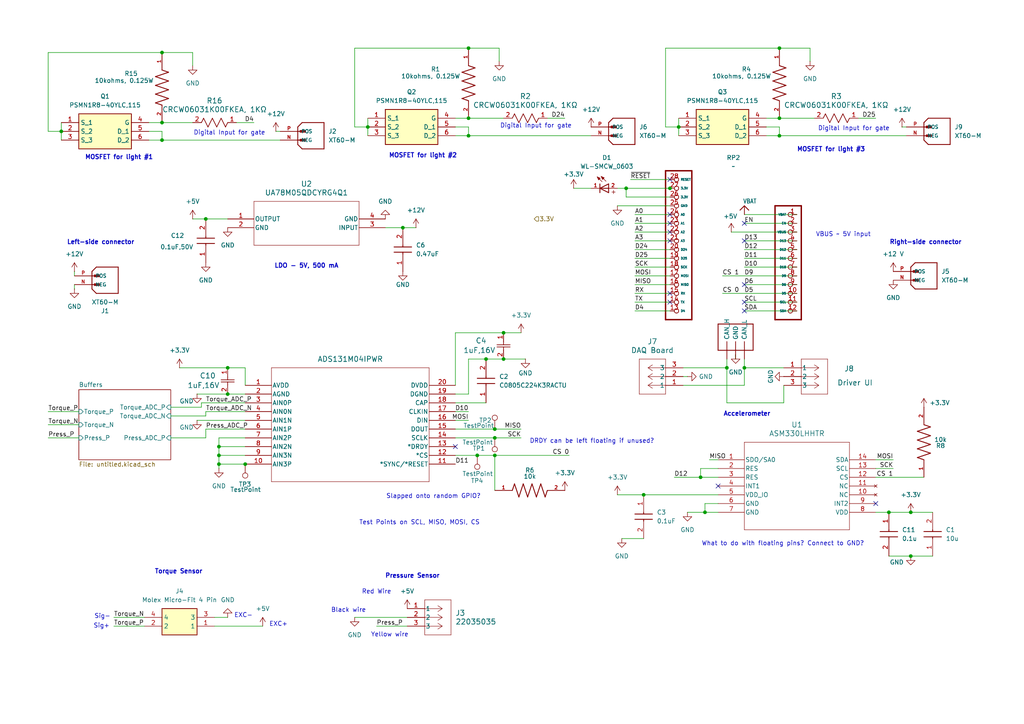
<source format=kicad_sch>
(kicad_sch (version 20231120) (generator "eeschema") (generator_version "8.0")
  (paper "A4")
  (junction (at 140.97 104.14))
  (junction (at 135.89 34.29))
  (junction (at 143.51 124.46))
  (junction (at 17.78 38.1))
  (junction (at 71.12 134.62))
  (junction (at 46.99 40.64))
  (junction (at 63.5 132.08))
  (junction (at 194.31 54.61))
  (junction (at 203.2 138.43))
  (junction (at 226.06 34.29))
  (junction (at 226.06 39.37))
  (junction (at 138.43 132.08))
  (junction (at 210.82 106.68))
  (junction (at 63.5 129.54))
  (junction (at 143.51 127))
  (junction (at 59.69 63.5))
  (junction (at 146.05 96.52))
  (junction (at 226.06 13.97))
  (junction (at 46.99 15.24))
  (junction (at 264.16 161.29))
  (junction (at 146.05 104.14))
  (junction (at 116.84 66.04))
  (junction (at 46.99 35.56))
  (junction (at 264.16 148.59))
  (junction (at 257.81 148.59))
  (junction (at 135.89 13.97))
  (junction (at 66.04 106.68))
  (junction (at 135.89 39.37))
  (junction (at 66.04 114.3))
  (junction (at 196.85 36.83))
  (junction (at 106.68 36.83))
  (junction (at 181.61 54.61))
  (junction (at 186.69 143.51))
  (junction (at 215.9 106.68))
  (junction (at 63.5 134.62))
  (junction (at 143.51 132.08))
  (junction (at 204.47 148.59))
  (no_connect (at 215.9 87.63))
  (no_connect (at 215.9 82.55))
  (no_connect (at 194.31 69.85))
  (no_connect (at 215.9 64.77))
  (no_connect (at 194.31 52.07))
  (no_connect (at 194.31 85.09))
  (no_connect (at 254 146.05))
  (no_connect (at 208.28 140.97))
  (no_connect (at 215.9 90.17))
  (no_connect (at 194.31 87.63))
  (no_connect (at 194.31 67.31))
  (no_connect (at 194.31 64.77))
  (no_connect (at 215.9 69.85))
  (no_connect (at 194.31 62.23))
  (no_connect (at 132.08 129.54))
  (wire (pts (xy 63.5 134.62) (xy 71.12 134.62)))
  (wire (pts (xy 196.85 36.83) (xy 193.04 36.83)))
  (wire (pts (xy 199.39 148.59) (xy 204.47 148.59)))
  (wire (pts (xy 132.08 39.37) (xy 135.89 39.37)))
  (wire (pts (xy 63.5 134.62) (xy 63.5 135.89)))
  (wire (pts (xy 198.12 111.76) (xy 215.9 111.76)))
  (wire (pts (xy 208.28 146.05) (xy 204.47 146.05)))
  (wire (pts (xy 66.04 106.68) (xy 71.12 106.68)))
  (wire (pts (xy 140.97 104.14) (xy 146.05 104.14)))
  (wire (pts (xy 81.28 38.1) (xy 80.01 38.1)))
  (wire (pts (xy 43.18 38.1) (xy 46.99 38.1)))
  (wire (pts (xy 33.02 181.61) (xy 41.91 181.61)))
  (wire (pts (xy 213.36 102.87) (xy 213.36 104.14)))
  (wire (pts (xy 208.28 135.89) (xy 203.2 135.89)))
  (wire (pts (xy 204.47 148.59) (xy 208.28 148.59)))
  (wire (pts (xy 17.78 35.56) (xy 17.78 38.1)))
  (wire (pts (xy 135.89 39.37) (xy 135.89 36.83)))
  (wire (pts (xy 143.51 132.08) (xy 165.1 132.08)))
  (wire (pts (xy 226.06 13.97) (xy 234.95 13.97)))
  (wire (pts (xy 13.97 38.1) (xy 13.97 15.24)))
  (wire (pts (xy 63.5 129.54) (xy 63.5 132.08)))
  (wire (pts (xy 146.05 34.29) (xy 135.89 34.29)))
  (wire (pts (xy 195.58 138.43) (xy 203.2 138.43)))
  (wire (pts (xy 215.9 72.39) (xy 231.14 72.39)))
  (wire (pts (xy 184.15 77.47) (xy 194.31 77.47)))
  (wire (pts (xy 226.06 39.37) (xy 226.06 36.83)))
  (wire (pts (xy 215.9 82.55) (xy 231.14 82.55)))
  (wire (pts (xy 17.78 40.64) (xy 17.78 38.1)))
  (wire (pts (xy 184.15 90.17) (xy 194.31 90.17)))
  (wire (pts (xy 63.5 129.54) (xy 71.12 129.54)))
  (wire (pts (xy 227.33 111.76) (xy 227.33 116.84)))
  (wire (pts (xy 184.15 82.55) (xy 194.31 82.55)))
  (wire (pts (xy 132.08 132.08) (xy 138.43 132.08)))
  (wire (pts (xy 132.08 36.83) (xy 135.89 36.83)))
  (wire (pts (xy 62.23 179.07) (xy 66.04 179.07)))
  (wire (pts (xy 59.69 119.38) (xy 71.12 119.38)))
  (wire (pts (xy 215.9 77.47) (xy 231.14 77.47)))
  (wire (pts (xy 146.05 96.52) (xy 151.13 96.52)))
  (wire (pts (xy 66.04 114.3) (xy 71.12 114.3)))
  (wire (pts (xy 210.82 116.84) (xy 210.82 106.68)))
  (wire (pts (xy 52.07 106.68) (xy 66.04 106.68)))
  (wire (pts (xy 102.87 36.83) (xy 102.87 13.97)))
  (wire (pts (xy 254 133.35) (xy 259.08 133.35)))
  (wire (pts (xy 226.06 34.29) (xy 236.22 34.29)))
  (wire (pts (xy 102.87 13.97) (xy 135.89 13.97)))
  (wire (pts (xy 196.85 34.29) (xy 196.85 36.83)))
  (wire (pts (xy 63.5 132.08) (xy 71.12 132.08)))
  (wire (pts (xy 184.15 64.77) (xy 194.31 64.77)))
  (wire (pts (xy 68.58 35.56) (xy 73.66 35.56)))
  (wire (pts (xy 171.45 54.61) (xy 166.37 54.61)))
  (wire (pts (xy 71.12 106.68) (xy 71.12 111.76)))
  (wire (pts (xy 181.61 54.61) (xy 194.31 54.61)))
  (wire (pts (xy 222.25 34.29) (xy 226.06 34.29)))
  (wire (pts (xy 179.07 59.69) (xy 194.31 59.69)))
  (wire (pts (xy 135.89 39.37) (xy 171.45 39.37)))
  (wire (pts (xy 180.34 156.21) (xy 186.69 156.21)))
  (wire (pts (xy 59.69 124.46) (xy 71.12 124.46)))
  (wire (pts (xy 46.99 35.56) (xy 55.88 35.56)))
  (wire (pts (xy 13.97 127) (xy 22.86 127)))
  (wire (pts (xy 215.9 62.23) (xy 231.14 62.23)))
  (wire (pts (xy 262.89 36.83) (xy 261.62 36.83)))
  (wire (pts (xy 179.07 143.51) (xy 186.69 143.51)))
  (wire (pts (xy 203.2 138.43) (xy 208.28 138.43)))
  (wire (pts (xy 215.9 106.68) (xy 227.33 106.68)))
  (wire (pts (xy 198.12 106.68) (xy 210.82 106.68)))
  (wire (pts (xy 59.69 63.5) (xy 66.04 63.5)))
  (wire (pts (xy 135.89 114.3) (xy 132.08 114.3)))
  (wire (pts (xy 49.53 120.65) (xy 59.69 120.65)))
  (wire (pts (xy 132.08 96.52) (xy 132.08 111.76)))
  (wire (pts (xy 58.42 118.11) (xy 58.42 116.84)))
  (wire (pts (xy 43.18 35.56) (xy 46.99 35.56)))
  (wire (pts (xy 222.25 36.83) (xy 226.06 36.83)))
  (wire (pts (xy 143.51 132.08) (xy 143.51 142.24)))
  (wire (pts (xy 111.76 66.04) (xy 116.84 66.04)))
  (wire (pts (xy 106.68 39.37) (xy 106.68 36.83)))
  (wire (pts (xy 181.61 57.15) (xy 194.31 57.15)))
  (wire (pts (xy 184.15 72.39) (xy 194.31 72.39)))
  (wire (pts (xy 234.95 13.97) (xy 234.95 17.78)))
  (wire (pts (xy 215.9 64.77) (xy 231.14 64.77)))
  (wire (pts (xy 135.89 104.14) (xy 140.97 104.14)))
  (wire (pts (xy 210.82 104.14) (xy 210.82 106.68)))
  (wire (pts (xy 59.69 120.65) (xy 59.69 119.38)))
  (wire (pts (xy 184.15 85.09) (xy 194.31 85.09)))
  (wire (pts (xy 49.53 118.11) (xy 58.42 118.11)))
  (wire (pts (xy 146.05 104.14) (xy 152.4 104.14)))
  (wire (pts (xy 135.89 13.97) (xy 144.78 13.97)))
  (wire (pts (xy 58.42 116.84) (xy 71.12 116.84)))
  (wire (pts (xy 257.81 148.59) (xy 254 148.59)))
  (wire (pts (xy 21.59 80.01) (xy 21.59 78.74)))
  (wire (pts (xy 55.88 63.5) (xy 59.69 63.5)))
  (wire (pts (xy 182.88 52.07) (xy 194.31 52.07)))
  (wire (pts (xy 215.9 69.85) (xy 231.14 69.85)))
  (wire (pts (xy 254 138.43) (xy 267.97 138.43)))
  (wire (pts (xy 43.18 40.64) (xy 46.99 40.64)))
  (wire (pts (xy 203.2 135.89) (xy 203.2 138.43)))
  (wire (pts (xy 106.68 34.29) (xy 106.68 36.83)))
  (wire (pts (xy 13.97 119.38) (xy 22.86 119.38)))
  (wire (pts (xy 62.23 181.61) (xy 76.2 181.61)))
  (wire (pts (xy 198.12 109.22) (xy 199.39 109.22)))
  (wire (pts (xy 184.15 62.23) (xy 194.31 62.23)))
  (wire (pts (xy 63.5 127) (xy 63.5 129.54)))
  (wire (pts (xy 63.5 127) (xy 71.12 127)))
  (wire (pts (xy 204.47 146.05) (xy 204.47 148.59)))
  (wire (pts (xy 193.04 36.83) (xy 193.04 13.97)))
  (wire (pts (xy 264.16 161.29) (xy 270.51 161.29)))
  (wire (pts (xy 33.02 179.07) (xy 41.91 179.07)))
  (wire (pts (xy 184.15 69.85) (xy 194.31 69.85)))
  (wire (pts (xy 215.9 90.17) (xy 231.14 90.17)))
  (wire (pts (xy 59.69 127) (xy 59.69 124.46)))
  (wire (pts (xy 106.68 36.83) (xy 102.87 36.83)))
  (wire (pts (xy 222.25 39.37) (xy 226.06 39.37)))
  (wire (pts (xy 116.84 66.04) (xy 120.65 66.04)))
  (wire (pts (xy 46.99 40.64) (xy 81.28 40.64)))
  (wire (pts (xy 226.06 39.37) (xy 262.89 39.37)))
  (wire (pts (xy 135.89 119.38) (xy 132.08 119.38)))
  (wire (pts (xy 102.87 179.07) (xy 118.11 179.07)))
  (wire (pts (xy 13.97 15.24) (xy 46.99 15.24)))
  (wire (pts (xy 184.15 80.01) (xy 194.31 80.01)))
  (wire (pts (xy 264.16 148.59) (xy 270.51 148.59)))
  (wire (pts (xy 132.08 124.46) (xy 143.51 124.46)))
  (wire (pts (xy 55.88 15.24) (xy 55.88 19.05)))
  (wire (pts (xy 63.5 132.08) (xy 63.5 134.62)))
  (wire (pts (xy 184.15 67.31) (xy 194.31 67.31)))
  (wire (pts (xy 257.81 161.29) (xy 264.16 161.29)))
  (wire (pts (xy 135.89 104.14) (xy 135.89 114.3)))
  (wire (pts (xy 196.85 39.37) (xy 196.85 36.83)))
  (wire (pts (xy 144.78 13.97) (xy 144.78 17.78)))
  (wire (pts (xy 46.99 15.24) (xy 55.88 15.24)))
  (wire (pts (xy 193.04 13.97) (xy 226.06 13.97)))
  (wire (pts (xy 184.15 87.63) (xy 194.31 87.63)))
  (wire (pts (xy 17.78 38.1) (xy 13.97 38.1)))
  (wire (pts (xy 135.89 121.92) (xy 132.08 121.92)))
  (wire (pts (xy 109.22 181.61) (xy 118.11 181.61)))
  (wire (pts (xy 259.08 135.89) (xy 254 135.89)))
  (wire (pts (xy 132.08 116.84) (xy 140.97 116.84)))
  (wire (pts (xy 132.08 34.29) (xy 135.89 34.29)))
  (wire (pts (xy 151.13 127) (xy 143.51 127)))
  (wire (pts (xy 132.08 96.52) (xy 146.05 96.52)))
  (wire (pts (xy 138.43 132.08) (xy 143.51 132.08)))
  (wire (pts (xy 227.33 116.84) (xy 210.82 116.84)))
  (wire (pts (xy 257.81 148.59) (xy 264.16 148.59)))
  (wire (pts (xy 215.9 87.63) (xy 231.14 87.63)))
  (wire (pts (xy 143.51 124.46) (xy 151.13 124.46)))
  (wire (pts (xy 132.08 127) (xy 143.51 127)))
  (wire (pts (xy 49.53 127) (xy 59.69 127)))
  (wire (pts (xy 57.15 114.3) (xy 66.04 114.3)))
  (wire (pts (xy 184.15 74.93) (xy 194.31 74.93)))
  (wire (pts (xy 209.55 85.09) (xy 231.14 85.09)))
  (wire (pts (xy 205.74 133.35) (xy 208.28 133.35)))
  (wire (pts (xy 209.55 80.01) (xy 231.14 80.01)))
  (wire (pts (xy 215.9 106.68) (xy 215.9 111.76)))
  (wire (pts (xy 215.9 104.14) (xy 215.9 106.68)))
  (wire (pts (xy 57.15 121.92) (xy 71.12 121.92)))
  (wire (pts (xy 248.92 34.29) (xy 254 34.29)))
  (wire (pts (xy 179.07 54.61) (xy 181.61 54.61)))
  (wire (pts (xy 13.97 123.19) (xy 22.86 123.19)))
  (wire (pts (xy 212.09 67.31) (xy 231.14 67.31)))
  (wire (pts (xy 181.61 54.61) (xy 181.61 57.15)))
  (wire (pts (xy 215.9 74.93) (xy 231.14 74.93)))
  (wire (pts (xy 158.75 34.29) (xy 163.83 34.29)))
  (wire (pts (xy 186.69 143.51) (xy 208.28 143.51)))
  (wire (pts (xy 46.99 40.64) (xy 46.99 38.1)))
  (wire (pts (xy 194.31 54.61) (xy 195.58 54.61)))
  (wire (pts (xy 21.59 82.55) (xy 21.59 83.82)))
  (text "MOSFET for light #2" (at 122.682 45.212 0) (effects (font (size 1.27 1.27) (thickness 0.254) (bold yes))))
  (text "Torque Sensor" (at 51.816 165.862 0) (effects (font (size 1.27 1.27) (thickness 0.254) (bold yes))))
  (text "Black wire" (at 101.092 177.038 0) (effects (font (size 1.27 1.27))))
  (text "Sig+" (at 29.464 181.61 0) (effects (font (size 1.27 1.27))))
  (text "Red Wire" (at 109.22 171.704 0) (effects (font (size 1.27 1.27))))
  (text "Digital Input for gate" (at 155.448 36.576 0) (effects (font (size 1.27 1.27))))
  (text "Digital Input for gate" (at 66.548 38.608 0) (effects (font (size 1.27 1.27))))
  (text "Pressure Sensor" (at 119.634 167.132 0) (effects (font (size 1.27 1.27) (thickness 0.254) (bold yes))))
  (text "VBUS ~ 5V input" (at 244.602 68.072 0) (effects (font (size 1.27 1.27))))
  (text "EXC-" (at 70.612 178.562 0) (effects (font (size 1.27 1.27))))
  (text "Sig-" (at 29.718 178.816 0) (effects (font (size 1.27 1.27))))
  (text "What to do with floating pins? Connect to GND?" (at 227.076 157.734 0) (effects (font (size 1.27 1.27))))
  (text "Left-side connector" (at 29.21 70.358 0) (effects (font (size 1.27 1.27) (thickness 0.254) (bold yes))))
  (text "Right-side connector" (at 268.478 70.358 0) (effects (font (size 1.27 1.27) (thickness 0.254) (bold yes))))
  (text "Accelerometer" (at 216.662 120.142 0) (effects (font (size 1.27 1.27) (thickness 0.254) (bold yes))))
  (text "MOSFET for light #3" (at 241.046 43.434 0) (effects (font (size 1.27 1.27) (thickness 0.254) (bold yes))))
  (text "Digital Input for gate" (at 247.65 37.338 0) (effects (font (size 1.27 1.27))))
  (text "DRDY can be left floating if unused?" (at 171.704 128.016 0) (effects (font (size 1.27 1.27))))
  (text "EXC+" (at 80.772 181.102 0) (effects (font (size 1.27 1.27))))
  (text "LDO - 5V, 500 mA" (at 88.9 77.216 0) (effects (font (size 1.27 1.27) (thickness 0.254) (bold yes))))
  (text "Slapped onto random GPIO?" (at 125.73 144.018 0) (effects (font (size 1.27 1.27))))
  (text "MOSFET for light #1" (at 34.544 45.72 0) (effects (font (size 1.27 1.27) (thickness 0.254) (bold yes))))
  (text "Yellow wire" (at 113.03 184.15 0) (effects (font (size 1.27 1.27))))
  (text "Test Points on SCL, MISO, MOSI, CS\n" (at 121.666 151.638 0) (effects (font (size 1.27 1.27))))
  (label "SDA" (at 215.9 90.17 0) (effects (font (size 1.2446 1.2446))))
  (label "Torque_ADC_N" (at 59.69 119.38 0))
  (label "RX" (at 184.15 85.09 0) (effects (font (size 1.2446 1.2446))))
  (label "D6" (at 215.9 82.55 0) (effects (font (size 1.2446 1.2446))))
  (label "D25" (at 254 34.29 180))
  (label "CS 1" (at 209.55 80.01 0))
  (label "EN" (at 215.9 64.77 0) (effects (font (size 1.2446 1.2446))))
  (label "A0" (at 184.15 62.23 0) (effects (font (size 1.2446 1.2446))))
  (label "D4" (at 184.15 90.17 0) (effects (font (size 1.2446 1.2446))))
  (label "~{RESET}" (at 182.88 52.07 0) (effects (font (size 1.2446 1.2446))))
  (label "D5" (at 215.9 85.09 0) (effects (font (size 1.2446 1.2446))))
  (label "Torque_N" (at 33.02 179.07 0))
  (label "MOSI" (at 184.15 80.01 0) (effects (font (size 1.2446 1.2446))))
  (label "SCK" (at 259.08 135.89 180))
  (label "CS 0" (at 165.1 132.08 180))
  (label "D10" (at 215.9 77.47 0) (effects (font (size 1.2446 1.2446))))
  (label "Press_ADC_P" (at 59.69 124.46 0))
  (label "CS 0" (at 209.55 85.09 0))
  (label "A1" (at 184.15 64.77 0) (effects (font (size 1.2446 1.2446))))
  (label "SCK" (at 184.15 77.47 0) (effects (font (size 1.2446 1.2446))))
  (label "Torque_N" (at 13.97 123.19 0))
  (label "CS 1" (at 259.08 138.43 180))
  (label "Press_P" (at 109.22 181.61 0))
  (label "MISO" (at 151.13 124.46 180))
  (label "Press_P" (at 13.97 127 0))
  (label "Torque_P" (at 13.97 119.38 0))
  (label "D11" (at 132.08 134.62 0))
  (label "D10" (at 135.89 119.38 180))
  (label "MISO" (at 184.15 82.55 0) (effects (font (size 1.2446 1.2446))))
  (label "D9" (at 215.9 80.01 0) (effects (font (size 1.2446 1.2446))))
  (label "A2" (at 184.15 67.31 0) (effects (font (size 1.2446 1.2446))))
  (label "D13" (at 215.9 69.85 0) (effects (font (size 1.2446 1.2446))))
  (label "MOSI" (at 135.89 121.92 180))
  (label "D12" (at 195.58 138.43 0))
  (label "D24" (at 184.15 72.39 0) (effects (font (size 1.2446 1.2446))))
  (label "D24" (at 163.83 34.29 180))
  (label "TX" (at 184.15 87.63 0) (effects (font (size 1.2446 1.2446))))
  (label "D11" (at 215.9 74.93 0) (effects (font (size 1.2446 1.2446))))
  (label "SCL" (at 215.9 87.63 0) (effects (font (size 1.2446 1.2446))))
  (label "Torque_ADC_P" (at 59.69 116.84 0))
  (label "D12" (at 215.9 72.39 0) (effects (font (size 1.2446 1.2446))))
  (label "Torque_P" (at 33.02 181.61 0))
  (label "A3" (at 184.15 69.85 0) (effects (font (size 1.2446 1.2446))))
  (label "SCK" (at 151.13 127 180))
  (label "MISO" (at 205.74 133.35 0))
  (label "D4" (at 73.66 35.56 180))
  (label "D25" (at 184.15 74.93 0) (effects (font (size 1.2446 1.2446))))
  (label "MOSI" (at 259.08 133.35 180))
  (hierarchical_label "3.3V" (shape input) (at 154.94 63.5 0))
  (symbol (lib_id "SMV_Custom:3-pin Mini Molex Spox") (at 198.12 111.76 180) (unit 1)
    (property "Reference" "J7" (at 189.23 99.06 0) (effects (font (size 1.524 1.524))))
    (property "Value" "DAQ Board" (at 189.23 101.6 0) (effects (font (size 1.524 1.524))))
    (property "Footprint" "CON_22035035_MOL" (effects (hide yes)))
    (property "Datasheet" "3-pin Mini Molex Spox" (effects (hide yes)))
  )
  (symbol (lib_id "power:VDD") (at 76.2 181.61 0) (unit 1)
    (property "Reference" "#PWR042" (effects (hide yes)))
    (property "Value" "+5V" (at 76.2 176.53 0))
    (property "Description" "Power symbol creates a global label with name \"VDD\"" (effects (hide yes)))
  )
  (symbol (lib_id "power:GND") (at 199.39 109.22 90) (unit 1)
    (property "Reference" "#PWR047" (effects (hide yes)))
    (property "Value" "GND" (at 202.692 109.22 90) (effects (justify right)))
    (property "Description" "Power symbol creates a global label with name \"GND\" , ground" (effects (hide yes)))
  )
  (symbol (lib_id "power:VDD") (at 267.97 118.11 0) (unit 1)
    (property "Reference" "#PWR050" (effects (hide yes)))
    (property "Value" "+3.3V" (at 272.542 116.84 0))
    (property "Description" "Power symbol creates a global label with name \"VDD\"" (effects (hide yes)))
  )
  (symbol (lib_id "power:VDD") (at 118.11 176.53 0) (unit 1)
    (property "Reference" "#PWR043" (effects (hide yes)))
    (property "Value" "+5V" (at 118.11 171.45 0))
    (property "Description" "Power symbol creates a global label with name \"VDD\"" (effects (hide yes)))
  )
  (symbol (lib_id "power:VDD") (at 261.62 36.83 0) (unit 1)
    (property "Reference" "#PWR023" (effects (hide yes)))
    (property "Value" "+12V" (at 261.62 31.75 0))
    (property "Description" "Power symbol creates a global label with name \"VDD\"" (effects (hide yes)))
  )
  (symbol (lib_id "power:GND") (at 111.76 63.5 180) (unit 1)
    (property "Reference" "#PWR027" (effects (hide yes)))
    (property "Value" "GND" (at 111.76 58.42 0))
    (property "Description" "Power symbol creates a global label with name \"GND\" , ground" (effects (hide yes)))
  )
  (symbol (lib_id "power:GND") (at 66.04 66.04 0) (unit 1)
    (property "Reference" "#PWR026" (effects (hide yes)))
    (property "Value" "GND" (at 66.04 71.12 0))
    (property "Description" "Power symbol creates a global label with name \"GND\" , ground" (effects (hide yes)))
  )
  (symbol (lib_id "SMV_Custom:3-pin Mini Molex Spox") (at 227.33 106.68 0) (unit 1)
    (property "Reference" "J8" (at 244.856 106.934 0) (effects (font (size 1.524 1.524)) (justify left)))
    (property "Value" "Driver UI" (at 242.824 110.998 0) (effects (font (size 1.524 1.524)) (justify left)))
    (property "Footprint" "CON_22035035_MOL" (effects (hide yes)))
    (property "Datasheet" "3-pin Mini Molex Spox" (effects (hide yes)))
  )
  (symbol (lib_id "SMV_Custom:CRCW080510K0FKEAC") (at 135.89 24.13 270) (unit 1)
    (property "Reference" "R1" (at 124.968 20.066 90) (effects (justify left)))
    (property "Value" "10kohms, 0.125W" (at 116.332 22.098 90) (effects (justify left)))
    (property "Footprint" "SMV_Passives:0805RESC2012X60N" (effects (hide yes)))
    (property "MF" "Vishay Dale" (effects (hide yes)))
    (property "Description_1" "\n                        \n                            10 kOhms ±1% 0.125W, 1/8W Chip Resistor 0805 (2012 Metric) - Thick Film\n                        \n" (effects (hide yes)))
    (property "Package" "2012 Vishay" (effects (hide yes)))
    (property "Price" "None" (effects (hide yes)))
    (property "SnapEDA_Link" "https://www.snapeda.com/parts/CRCW080510K0FKEAC/Vishay+Dale/view-part/?ref=snap" (effects (hide yes)))
    (property "MP" "CRCW080510K0FKEAC" (effects (hide yes)))
    (property "Availability" "In Stock" (effects (hide yes)))
    (property "Check_prices" "https://www.snapeda.com/parts/CRCW080510K0FKEAC/Vishay+Dale/view-part/?ref=eda" (effects (hide yes)))
  )
  (symbol (lib_id "SMV_Custom:CRCW06031K00FKEA") (at 236.22 34.29 0) (unit 1)
    (property "Reference" "R3" (at 242.57 27.94 0) (effects (font (size 1.524 1.524))))
    (property "Value" "CRCW06031K00FKEA, 1KΩ" (at 242.57 30.48 0) (effects (font (size 1.524 1.524))))
    (property "Footprint" "SMV_Passives:0805RESC2012X60N" (effects (hide yes)))
    (property "Datasheet" "CRCW06031K00FKEA" (effects (hide yes)))
  )
  (symbol (lib_id "Accelerometer ASM330LHHTR:ASM330LHHTR") (at 208.28 133.35 0) (unit 1)
    (property "Reference" "U1" (at 231.14 123.19 0) (effects (font (size 1.524 1.524))))
    (property "Value" "ASM330LHHTR" (at 231.14 125.73 0) (effects (font (size 1.524 1.524))))
    (property "Footprint" "LGA-14L_2P5X3X0P83_STM" (effects (hide yes)))
    (property "Datasheet" "ASM330LHHTR" (effects (hide yes)))
  )
  (symbol (lib_id "power:VDD") (at 166.37 54.61 0) (unit 1)
    (property "Reference" "#PWR016" (effects (hide yes)))
    (property "Value" "+3.3V" (at 166.37 50.546 0))
    (property "Description" "Power symbol creates a global label with name \"VDD\"" (effects (hide yes)))
  )
  (symbol (lib_id "SMV_Custom:CRCW080510K0FKEAC") (at 46.99 25.4 270) (unit 1)
    (property "Reference" "R15" (at 36.068 21.336 90) (effects (justify left)))
    (property "Value" "10kohms, 0.125W" (at 27.432 23.368 90) (effects (justify left)))
    (property "Footprint" "SMV_Passives:0805RESC2012X60N" (effects (hide yes)))
    (property "MF" "Vishay Dale" (effects (hide yes)))
    (property "Description_1" "\n                        \n                            10 kOhms ±1% 0.125W, 1/8W Chip Resistor 0805 (2012 Metric) - Thick Film\n                        \n" (effects (hide yes)))
    (property "Package" "2012 Vishay" (effects (hide yes)))
    (property "Price" "None" (effects (hide yes)))
    (property "SnapEDA_Link" "https://www.snapeda.com/parts/CRCW080510K0FKEAC/Vishay+Dale/view-part/?ref=snap" (effects (hide yes)))
    (property "MP" "CRCW080510K0FKEAC" (effects (hide yes)))
    (property "Availability" "In Stock" (effects (hide yes)))
    (property "Check_prices" "https://www.snapeda.com/parts/CRCW080510K0FKEAC/Vishay+Dale/view-part/?ref=eda" (effects (hide yes)))
  )
  (symbol (lib_id "power:GND") (at 234.95 17.78 0) (unit 1)
    (property "Reference" "#PWR022" (effects (hide yes)))
    (property "Value" "GND" (at 234.95 22.86 0))
    (property "Description" "Power symbol creates a global label with name \"GND\" , ground" (effects (hide yes)))
  )
  (symbol (lib_id "power:GND") (at 144.78 17.78 0) (unit 1)
    (property "Reference" "#PWR014" (effects (hide yes)))
    (property "Value" "GND" (at 144.78 22.86 0))
    (property "Description" "Power symbol creates a global label with name \"GND\" , ground" (effects (hide yes)))
  )
  (symbol (lib_id "power:GND") (at 63.5 135.89 0) (unit 1)
    (property "Reference" "#PWR03" (effects (hide yes)))
    (property "Value" "GND" (at 63.5 140.97 0))
    (property "Description" "Power symbol creates a global label with name \"GND\" , ground" (effects (hide yes)))
  )
  (symbol (lib_id "power:GND") (at 180.34 156.21 0) (unit 1)
    (property "Reference" "#PWR039" (effects (hide yes)))
    (property "Value" "GND" (at 180.34 161.29 0))
    (property "Description" "Power symbol creates a global label with name \"GND\" , ground" (effects (hide yes)))
  )
  (symbol (lib_id "SMV_Custom:C0805C106K8RACTU") (at 270.51 161.29 90) (unit 1)
    (property "Reference" "C1" (at 274.32 153.6699 90) (effects (justify right)))
    (property "Value" "10u" (at 274.32 156.2099 90) (effects (justify right)))
    (property "Footprint" "SMV_Passives:Cap0805" (effects (hide yes)))
    (property "Datasheet" "https://content.kemet.com/datasheets/KEM_C1002_X7R_SMD.pdf" (effects (hide yes)))
    (property "Description" "SMD Comm X7R, Ceramic, 10 uF, 10%, 10 VDC, 25 VDC, 125C, -55C, X7R, SMD, MLCC, Temperature Stable, Class II, 10 % , 10 MOhms, 21 mg, 0805, 2mm, 1.25mm, 1.25mm, 0.75mm, 0.5mm, 2500, 78  Weeks, 80" (effects (hide yes)))
    (property "Height" "1.1" (effects (hide yes)))
    (property "Manufacturer_Name" "KEMET" (effects (hide yes)))
    (property "Manufacturer_Part_Number" "C0805C106K8RACTU" (effects (hide yes)))
    (property "Mouser Part Number" "80-C0805C106K8R" (effects (hide yes)))
    (property "Mouser Price/Stock" "https://www.mouser.co.uk/ProductDetail/KEMET/C0805C106K8RACTU?qs=iP0bYSAMAFqUyr6Ql6ZwXw%3D%3D" (effects (hide yes)))
    (property "Arrow Part Number" "C0805C106K8RACTU" (effects (hide yes)))
    (property "Arrow Price/Stock" "https://www.arrow.com/en/products/c0805c106k8ractu/kemet-corporation?region=nac" (effects (hide yes)))
  )
  (symbol (lib_id "SMV_Custom:C0805C475K4RACTU") (at 116.84 78.74 90) (unit 1)
    (property "Reference" "C6" (at 120.65 71.1199 90) (effects (justify right)))
    (property "Value" "0.47uF" (at 120.65 73.6599 90) (effects (justify right)))
    (property "Footprint" "SMV_Passives:Cap0805" (effects (hide yes)))
    (property "Datasheet" "https://content.kemet.com/datasheets/KEM_C1002_X7R_SMD.pdf" (effects (hide yes)))
    (property "Description" "SMD Comm X7R, Ceramic, 4.7 uF, 10%, 16 VDC, 40 VDC, 125C, -55C, X7R, SMD, MLCC, Temperature Stable, Class II, 10 % , 21.3 MOhms, 21 mg, 0805, 2mm, 1.25mm, 1.25mm, 0.75mm, 0.5mm, 2500, 78  Weeks, 80" (effects (hide yes)))
    (property "Manufacturer_Part_Number" "C0805C475K4RACTU" (effects (hide yes)))
  )
  (symbol (lib_id "SMV_Custom:C0805C104K5RACTU") (at 257.81 148.59 270) (unit 1)
    (property "Reference" "C11" (at 261.62 153.6699 90) (effects (justify left)))
    (property "Value" "0.1u" (at 261.62 156.2099 90) (effects (justify left)))
    (property "Footprint" "SMV_Passives:Cap0805" (effects (hide yes)))
    (property "Datasheet" "https://content.kemet.com/datasheets/KEM_C1002_X7R_SMD.pdf" (effects (hide yes)))
    (property "Description" "SMD Comm X7R, Ceramic, 0.1 uF, 10%, 50 VDC, 125 VDC, 125C, -55C, X7R, SMD, MLCC, Temperature Stable, Class II, 2.5 % , 5 GOhms, 11 mg, 0805, 2mm, 1.25mm, 0.78mm, 0.75mm, 0.5mm, 4000, 78  Weeks, 80" (effects (hide yes)))
    (property "Height" "1.1" (effects (hide yes)))
    (property "Manufacturer_Name" "KEMET" (effects (hide yes)))
    (property "Manufacturer_Part_Number" "C0805C104K5RACTU" (effects (hide yes)))
    (property "Mouser Part Number" "80-C0805C104K5R" (effects (hide yes)))
    (property "Mouser Price/Stock" "https://www.mouser.co.uk/ProductDetail/KEMET/C0805C104K5RACTU?qs=Pc30aiB8zWUISNb2Qeyxfw%3D%3D" (effects (hide yes)))
    (property "Arrow Part Number" "C0805C104K5RACTU" (effects (hide yes)))
    (property "Arrow Price/Stock" "https://www.arrow.com/en/products/c0805c104k5ractu/kemet-corporation?region=nac" (effects (hide yes)))
  )
  (symbol (lib_id "XT60-M Vertical:XT60-M") (at 26.67 82.55 0) (unit 1)
    (property "Reference" "J1" (at 30.48 90.17 0))
    (property "Value" "XT60-M" (at 30.48 87.63 0))
    (property "Footprint" "XT60-M:AMASS_XT60-M" (effects (hide yes)))
    (property "MF" "AMASS" (effects (hide yes)))
    (property "MAXIMUM_PACKAGE_HEIGHT" "16.00 mm" (effects (hide yes)))
    (property "Package" "Package" (effects (hide yes)))
    (property "Price" "None" (effects (hide yes)))
    (property "Check_prices" "https://www.snapeda.com/parts/XT60-M/AMASS/view-part/?ref=eda" (effects (hide yes)))
    (property "STANDARD" "IPC 7351B" (effects (hide yes)))
    (property "PARTREV" "V1.2" (effects (hide yes)))
    (property "SnapEDA_Link" "https://www.snapeda.com/parts/XT60-M/AMASS/view-part/?ref=snap" (effects (hide yes)))
    (property "MP" "XT60-M" (effects (hide yes)))
    (property "Description_1" "\n                        \n                            Plug; DC supply; XT60; male; PIN: 2; for cable; soldered; 30A; 500V\n                        \n" (effects (hide yes)))
    (property "Availability" "Not in stock" (effects (hide yes)))
    (property "MANUFACTURER" "AMASS" (effects (hide yes)))
  )
  (symbol (lib_id "XT60-M Vertical:XT60-M") (at 86.36 40.64 0) (unit 1)
    (property "Reference" "J2" (at 95.25 38.0999 0) (effects (justify left)))
    (property "Value" "XT60-M" (at 95.25 40.6399 0) (effects (justify left)))
    (property "Footprint" "XT60-M:AMASS_XT60-M" (effects (hide yes)))
    (property "MF" "AMASS" (effects (hide yes)))
    (property "MAXIMUM_PACKAGE_HEIGHT" "16.00 mm" (effects (hide yes)))
    (property "Package" "Package" (effects (hide yes)))
    (property "Price" "None" (effects (hide yes)))
    (property "Check_prices" "https://www.snapeda.com/parts/XT60-M/AMASS/view-part/?ref=eda" (effects (hide yes)))
    (property "STANDARD" "IPC 7351B" (effects (hide yes)))
    (property "PARTREV" "V1.2" (effects (hide yes)))
    (property "SnapEDA_Link" "https://www.snapeda.com/parts/XT60-M/AMASS/view-part/?ref=snap" (effects (hide yes)))
    (property "MP" "XT60-M" (effects (hide yes)))
    (property "Description_1" "\n                        \n                            Plug; DC supply; XT60; male; PIN: 2; for cable; soldered; 30A; 500V\n                        \n" (effects (hide yes)))
    (property "Availability" "Not in stock" (effects (hide yes)))
    (property "MANUFACTURER" "AMASS" (effects (hide yes)))
  )
  (symbol (lib_id "MOSFET PSMN1R8-40YLC,115:PSMN1R8-40YLC,115") (at 17.78 35.56 0) (unit 1)
    (property "Reference" "Q1" (at 30.48 27.94 0))
    (property "Value" "PSMN1R8-40YLC,115" (at 30.48 30.48 0))
    (property "Footprint" "PSMN1R840YLC115" (effects (hide yes)))
    (property "Datasheet" "https://assets.nexperia.com/documents/data-sheet/PSMN1R8-40YLC.pdf" (effects (hide yes)))
    (property "Description" "NEXPERIA - PSMN1R8-40YLC,115 - Power MOSFET, N Channel, 40 V, 100 A, 0.0015 ohm, SOT-669, Surface Mount" (effects (hide yes)))
    (property "Height" "1.2" (effects (hide yes)))
    (property "Mouser Part Number" "771-PSMN1R8-40YLC115" (effects (hide yes)))
    (property "Mouser Price/Stock" "https://www.mouser.co.uk/ProductDetail/Nexperia/PSMN1R8-40YLC115?qs=1xqMyJAFMHbXBwfRtq8R%252Bg%3D%3D" (effects (hide yes)))
    (property "Manufacturer_Name" "Nexperia" (effects (hide yes)))
    (property "Manufacturer_Part_Number" "PSMN1R8-40YLC,115" (effects (hide yes)))
  )
  (symbol (lib_id "XT60-M Vertical:XT60-M") (at 264.16 81.28 0) (unit 1)
    (property "Reference" "J5" (at 273.05 78.7399 0) (effects (justify left)))
    (property "Value" "XT60-M" (at 273.05 81.2799 0) (effects (justify left)))
    (property "Footprint" "XT60-M:AMASS_XT60-M" (effects (hide yes)))
    (property "MF" "AMASS" (effects (hide yes)))
    (property "MAXIMUM_PACKAGE_HEIGHT" "16.00 mm" (effects (hide yes)))
    (property "Package" "Package" (effects (hide yes)))
    (property "Price" "None" (effects (hide yes)))
    (property "Check_prices" "https://www.snapeda.com/parts/XT60-M/AMASS/view-part/?ref=eda" (effects (hide yes)))
    (property "STANDARD" "IPC 7351B" (effects (hide yes)))
    (property "PARTREV" "V1.2" (effects (hide yes)))
    (property "SnapEDA_Link" "https://www.snapeda.com/parts/XT60-M/AMASS/view-part/?ref=snap" (effects (hide yes)))
    (property "MP" "XT60-M" (effects (hide yes)))
    (property "Description_1" "\n                        \n                            Plug; DC supply; XT60; male; PIN: 2; for cable; soldered; 30A; 500V\n                        \n" (effects (hide yes)))
    (property "Availability" "Not in stock" (effects (hide yes)))
    (property "MANUFACTURER" "AMASS" (effects (hide yes)))
  )
  (symbol (lib_name "RP2040_1") (lib_id "SMV_Custom:RP2040") (at 213.36 83.82 0) (unit 1)
    (property "Reference" "RP2" (at 212.725 45.72 0))
    (property "Value" "~" (at 212.725 48.26 0))
    (property "Footprint" "SMV_Connectors:RP2040" (effects (hide yes)))
  )
  (symbol (lib_id "power:VDD") (at 21.59 78.74 0) (unit 1)
    (property "Reference" "#PWR04" (effects (hide yes)))
    (property "Value" "+12V" (at 21.59 73.66 0))
    (property "Description" "Power symbol creates a global label with name \"VDD\"" (effects (hide yes)))
  )
  (symbol (lib_id "XT60-M Vertical:XT60-M") (at 267.97 39.37 0) (unit 1)
    (property "Reference" "J9" (at 276.86 36.8299 0) (effects (justify left)))
    (property "Value" "XT60-M" (at 276.86 39.3699 0) (effects (justify left)))
    (property "Footprint" "XT60-M:AMASS_XT60-M" (effects (hide yes)))
    (property "MF" "AMASS" (effects (hide yes)))
    (property "MAXIMUM_PACKAGE_HEIGHT" "16.00 mm" (effects (hide yes)))
    (property "Package" "Package" (effects (hide yes)))
    (property "Price" "None" (effects (hide yes)))
    (property "Check_prices" "https://www.snapeda.com/parts/XT60-M/AMASS/view-part/?ref=eda" (effects (hide yes)))
    (property "STANDARD" "IPC 7351B" (effects (hide yes)))
    (property "PARTREV" "V1.2" (effects (hide yes)))
    (property "SnapEDA_Link" "https://www.snapeda.com/parts/XT60-M/AMASS/view-part/?ref=snap" (effects (hide yes)))
    (property "MP" "XT60-M" (effects (hide yes)))
    (property "Description_1" "\n                        \n                            Plug; DC supply; XT60; male; PIN: 2; for cable; soldered; 30A; 500V\n                        \n" (effects (hide yes)))
    (property "Availability" "Not in stock" (effects (hide yes)))
    (property "MANUFACTURER" "AMASS" (effects (hide yes)))
  )
  (symbol (lib_id "Adafruit RP2040 CAN Bus Feather-eagle-import:VBAT") (at 215.9 59.69 0) (unit 1)
    (property "Reference" "#U$01" (effects (hide yes)))
    (property "Value" "VBAT" (at 219.456 57.658 0) (effects (font (size 1.27 1.0795)) (justify right top)))
  )
  (symbol (lib_id "SMV_Custom:C0805C224K3RACTU") (at 140.97 116.84 90) (unit 1)
    (property "Reference" "C2" (at 144.78 109.2199 90) (effects (justify right)))
    (property "Value" "C0805C224K3RACTU" (at 144.78 111.7599 90) (effects (justify right)))
    (property "Footprint" "SMV_Passives:Cap0805" (effects (hide yes)))
    (property "Datasheet" "https://content.kemet.com/datasheets/KEM_C1002_X7R_SMD.pdf" (effects (hide yes)))
    (property "Description" "SMD Comm X7R, Ceramic, 0.22 uF, 10%, 25 VDC, 62.5 VDC, 125C, -55C, X7R, SMD, MLCC, Temperature Stable, Class II, 3.5 % , 2.2727 GOhms, 11 mg, 0805, 2mm, 1.25mm, 0.78mm, 0.75mm, 0.5mm, 4000, 78  Weeks, 80" (effects (hide yes)))
    (property "Height" "1.1" (effects (hide yes)))
    (property "Manufacturer_Name" "KEMET" (effects (hide yes)))
    (property "Manufacturer_Part_Number" "C0805C224K3RACTU" (effects (hide yes)))
    (property "Mouser Part Number" "80-C0805C224K3R" (effects (hide yes)))
    (property "Mouser Price/Stock" "https://www.mouser.co.uk/ProductDetail/KEMET/C0805C224K3RACTU?qs=65TyNkaSsCi%2F9y1jBOk4Lg%3D%3D" (effects (hide yes)))
    (property "Arrow Part Number" "C0805C224K3RACTU" (effects (hide yes)))
    (property "Arrow Price/Stock" "https://www.arrow.com/en/products/c0805c224k3ractu/kemet-corporation?region=nac" (effects (hide yes)))
  )
  (symbol (lib_id "power:GND") (at 102.87 179.07 0) (unit 1)
    (property "Reference" "#PWR044" (effects (hide yes)))
    (property "Value" "GND" (at 102.87 184.15 0))
    (property "Description" "Power symbol creates a global label with name \"GND\" , ground" (effects (hide yes)))
  )
  (symbol (lib_id "SMV_Custom:WL-SMCW_0603") (at 173.99 54.61 0) (unit 1)
    (property "Reference" "D1" (at 176.0083 45.72 0))
    (property "Value" "WL-SMCW_0603" (at 176.0083 48.26 0))
    (property "Footprint" "SMV_Passives:WL-SMCW_0603(diode)" (effects (hide yes)))
  )
  (symbol (lib_id "power:VDD") (at 151.13 96.52 0) (unit 1)
    (property "Reference" "#PWR041" (effects (hide yes)))
    (property "Value" "+3.3V" (at 151.13 91.44 0))
    (property "Description" "Power symbol creates a global label with name \"VDD\"" (effects (hide yes)))
  )
  (symbol (lib_id "MOSFET PSMN1R8-40YLC,115:PSMN1R8-40YLC,115") (at 196.85 34.29 0) (unit 1)
    (property "Reference" "Q3" (at 209.55 26.67 0))
    (property "Value" "PSMN1R8-40YLC,115" (at 209.55 29.21 0))
    (property "Footprint" "PSMN1R840YLC115" (effects (hide yes)))
    (property "Datasheet" "https://assets.nexperia.com/documents/data-sheet/PSMN1R8-40YLC.pdf" (effects (hide yes)))
    (property "Description" "NEXPERIA - PSMN1R8-40YLC,115 - Power MOSFET, N Channel, 40 V, 100 A, 0.0015 ohm, SOT-669, Surface Mount" (effects (hide yes)))
    (property "Height" "1.2" (effects (hide yes)))
    (property "Mouser Part Number" "771-PSMN1R8-40YLC115" (effects (hide yes)))
    (property "Mouser Price/Stock" "https://www.mouser.co.uk/ProductDetail/Nexperia/PSMN1R8-40YLC115?qs=1xqMyJAFMHbXBwfRtq8R%252Bg%3D%3D" (effects (hide yes)))
    (property "Manufacturer_Name" "Nexperia" (effects (hide yes)))
    (property "Manufacturer_Part_Number" "PSMN1R8-40YLC,115" (effects (hide yes)))
  )
  (symbol (lib_id "SMV_Custom:CRCW06031K00FKEA") (at 146.05 34.29 0) (unit 1)
    (property "Reference" "R2" (at 152.4 27.94 0) (effects (font (size 1.524 1.524))))
    (property "Value" "CRCW06031K00FKEA, 1KΩ" (at 152.4 30.48 0) (effects (font (size 1.524 1.524))))
    (property "Footprint" "SMV_Passives:0805RESC2012X60N" (effects (hide yes)))
    (property "Datasheet" "CRCW06031K00FKEA" (effects (hide yes)))
  )
  (symbol (lib_id "ADC ADS131M04IPWR:ADS131M04IPWR") (at 71.12 111.76 0) (unit 1)
    (property "Reference" "U4" (effects (hide yes)))
    (property "Value" "ADS131M04IPWR" (at 101.6 104.14 0) (effects (font (size 1.524 1.524))))
    (property "Footprint" "PW20_TEX" (effects (hide yes)))
    (property "Datasheet" "ADS131M04IPWR" (effects (hide yes)))
  )
  (symbol (lib_id "SMV_Custom:CRCW080510K0FKEAC") (at 153.67 142.24 0) (unit 1)
    (property "Reference" "R6" (at 153.67 136.398 0))
    (property "Value" "10k" (at 153.67 138.176 0))
    (property "Footprint" "SMV_Passives:0805RESC2012X60N" (effects (hide yes)))
    (property "MF" "Vishay Dale" (effects (hide yes)))
    (property "Description_1" "\n                        \n                            10 kOhms ±1% 0.125W, 1/8W Chip Resistor 0805 (2012 Metric) - Thick Film\n                        \n" (effects (hide yes)))
    (property "Package" "2012 Vishay" (effects (hide yes)))
    (property "Price" "None" (effects (hide yes)))
    (property "SnapEDA_Link" "https://www.snapeda.com/parts/CRCW080510K0FKEAC/Vishay+Dale/view-part/?ref=snap" (effects (hide yes)))
    (property "MP" "CRCW080510K0FKEAC" (effects (hide yes)))
    (property "Availability" "In Stock" (effects (hide yes)))
    (property "Check_prices" "https://www.snapeda.com/parts/CRCW080510K0FKEAC/Vishay+Dale/view-part/?ref=eda" (effects (hide yes)))
  )
  (symbol (lib_id "power:GND") (at 152.4 104.14 0) (unit 1)
    (property "Reference" "#PWR021" (effects (hide yes)))
    (property "Value" "GND" (at 152.4 108.204 0))
    (property "Description" "Power symbol creates a global label with name \"GND\" , ground" (effects (hide yes)))
  )
  (symbol (lib_id "SMV_Custom:C0805C105K4RACTU") (at 66.04 106.68 270) (unit 1)
    (property "Reference" "C10" (at 57.912 108.966 90) (effects (font (size 1.524 1.524)) (justify left)))
    (property "Value" "1uF,16V" (at 54.356 111.76 90) (effects (font (size 1.524 1.524)) (justify left)))
    (property "Footprint" "SMV_Passives:Cap0805" (effects (hide yes)))
    (property "Datasheet" "C0805C105K4RACTU" (effects (hide yes)))
  )
  (symbol (lib_id "SMV_Custom:C0805C105K4RACTU") (at 146.05 96.52 270) (unit 1)
    (property "Reference" "C4" (at 137.922 98.806 90) (effects (font (size 1.524 1.524)) (justify left)))
    (property "Value" "1uF,16V" (at 134.366 101.6 90) (effects (font (size 1.524 1.524)) (justify left)))
    (property "Footprint" "SMV_Passives:Cap0805" (effects (hide yes)))
    (property "Datasheet" "C0805C105K4RACTU" (effects (hide yes)))
  )
  (symbol (lib_id "Connector:TestPoint") (at 71.12 134.62 180) (unit 1)
    (property "Reference" "TP3" (at 72.898 140.462 0) (effects (justify left)))
    (property "Value" "TestPoint" (at 75.692 141.986 0) (effects (justify left)))
    (property "Footprint" "TestPoint:TestPoint_Pad_D1.0mm" (effects (hide yes)))
    (property "Description" "test point" (effects (hide yes)))
  )
  (symbol (lib_id "power:VDD") (at 259.08 78.74 0) (unit 1)
    (property "Reference" "#PWR05" (effects (hide yes)))
    (property "Value" "+12 V" (at 259.08 73.66 0))
    (property "Description" "Power symbol creates a global label with name \"VDD\"" (effects (hide yes)))
  )
  (symbol (lib_id "Connector:TestPoint") (at 143.51 127 180) (unit 1)
    (property "Reference" "TP1" (at 140.716 130.048 0) (effects (justify left)))
    (property "Value" "TestPoint" (at 143.002 128.27 0) (effects (justify left)))
    (property "Footprint" "TestPoint:TestPoint_Pad_D1.0mm" (effects (hide yes)))
    (property "Description" "test point" (effects (hide yes)))
  )
  (symbol (lib_id "power:GND") (at 264.16 161.29 0) (unit 1)
    (property "Reference" "#PWR040" (effects (hide yes)))
    (property "Value" "GND" (at 260.096 163.068 0))
    (property "Description" "Power symbol creates a global label with name \"GND\" , ground" (effects (hide yes)))
  )
  (symbol (lib_id "SMV_Custom:CRCW06031K00FKEA") (at 55.88 35.56 0) (unit 1)
    (property "Reference" "R16" (at 62.23 29.21 0) (effects (font (size 1.524 1.524))))
    (property "Value" "CRCW06031K00FKEA, 1KΩ" (at 62.23 31.75 0) (effects (font (size 1.524 1.524))))
    (property "Footprint" "SMV_Passives:0805RESC2012X60N" (effects (hide yes)))
    (property "Datasheet" "CRCW06031K00FKEA" (effects (hide yes)))
  )
  (symbol (lib_id "power:GND") (at 199.39 148.59 0) (unit 1)
    (property "Reference" "#PWR013" (effects (hide yes)))
    (property "Value" "GND" (at 199.39 153.67 0))
    (property "Description" "Power symbol creates a global label with name \"GND\" , ground" (effects (hide yes)))
  )
  (symbol (lib_id "SMV_Custom:C0805C104K5RACTU") (at 186.69 143.51 270) (unit 1)
    (property "Reference" "C3" (at 190.5 148.5899 90) (effects (justify left)))
    (property "Value" "0.1uF" (at 190.5 151.1299 90) (effects (justify left)))
    (property "Footprint" "SMV_Passives:Cap0805" (effects (hide yes)))
    (property "Datasheet" "https://content.kemet.com/datasheets/KEM_C1002_X7R_SMD.pdf" (effects (hide yes)))
    (property "Description" "SMD Comm X7R, Ceramic, 0.1 uF, 10%, 50 VDC, 125 VDC, 125C, -55C, X7R, SMD, MLCC, Temperature Stable, Class II, 2.5 % , 5 GOhms, 11 mg, 0805, 2mm, 1.25mm, 0.78mm, 0.75mm, 0.5mm, 4000, 78  Weeks, 80" (effects (hide yes)))
    (property "Height" "1.1" (effects (hide yes)))
    (property "Manufacturer_Name" "KEMET" (effects (hide yes)))
    (property "Manufacturer_Part_Number" "C0805C104K5RACTU" (effects (hide yes)))
    (property "Mouser Part Number" "80-C0805C104K5R" (effects (hide yes)))
    (property "Mouser Price/Stock" "https://www.mouser.co.uk/ProductDetail/KEMET/C0805C104K5RACTU?qs=Pc30aiB8zWUISNb2Qeyxfw%3D%3D" (effects (hide yes)))
    (property "Arrow Part Number" "C0805C104K5RACTU" (effects (hide yes)))
    (property "Arrow Price/Stock" "https://www.arrow.com/en/products/c0805c104k5ractu/kemet-corporation?region=nac" (effects (hide yes)))
  )
  (symbol (lib_id "Connector:TestPoint") (at 143.51 124.46 0) (unit 1)
    (property "Reference" "TP2" (at 138.938 121.92 0) (effects (justify left)))
    (property "Value" "TestPoint" (at 134.366 123.444 0) (effects (justify left)))
    (property "Footprint" "TestPoint:TestPoint_Pad_D1.0mm" (effects (hide yes)))
    (property "Description" "test point" (effects (hide yes)))
  )
  (symbol (lib_id "power:VDD") (at 120.65 66.04 0) (unit 1)
    (property "Reference" "#PWR024" (effects (hide yes)))
    (property "Value" "+12V" (at 120.65 60.96 0))
    (property "Description" "Power symbol creates a global label with name \"VDD\"" (effects (hide yes)))
  )
  (symbol (lib_id "power:GND") (at 116.84 78.74 0) (unit 1)
    (property "Reference" "#PWR029" (effects (hide yes)))
    (property "Value" "GND" (at 116.84 82.55 0))
    (property "Description" "Power symbol creates a global label with name \"GND\" , ground" (effects (hide yes)))
  )
  (symbol (lib_id "power:VDD") (at 52.07 106.68 0) (unit 1)
    (property "Reference" "#PWR019" (effects (hide yes)))
    (property "Value" "+3.3V" (at 52.07 101.6 0))
    (property "Description" "Power symbol creates a global label with name \"VDD\"" (effects (hide yes)))
  )
  (symbol (lib_id "power:GND") (at 59.69 76.2 0) (unit 1)
    (property "Reference" "#PWR028" (effects (hide yes)))
    (property "Value" "GND" (at 59.69 81.28 0))
    (property "Description" "Power symbol creates a global label with name \"GND\" , ground" (effects (hide yes)))
  )
  (symbol (lib_id "power:GND") (at 179.07 59.69 0) (unit 1)
    (property "Reference" "#PWR017" (effects (hide yes)))
    (property "Value" "GND" (at 179.07 64.77 0))
    (property "Description" "Power symbol creates a global label with name \"GND\" , ground" (effects (hide yes)))
  )
  (symbol (lib_id "SMV_Custom:CRCW080510K0FKEAC") (at 226.06 24.13 270) (unit 1)
    (property "Reference" "R4" (at 215.138 20.066 90) (effects (justify left)))
    (property "Value" "10kohms, 0.125W" (at 206.502 22.098 90) (effects (justify left)))
    (property "Footprint" "SMV_Passives:0805RESC2012X60N" (effects (hide yes)))
    (property "MF" "Vishay Dale" (effects (hide yes)))
    (property "Description_1" "\n                        \n                            10 kOhms ±1% 0.125W, 1/8W Chip Resistor 0805 (2012 Metric) - Thick Film\n                        \n" (effects (hide yes)))
    (property "Package" "2012 Vishay" (effects (hide yes)))
    (property "Price" "None" (effects (hide yes)))
    (property "SnapEDA_Link" "https://www.snapeda.com/parts/CRCW080510K0FKEAC/Vishay+Dale/view-part/?ref=snap" (effects (hide yes)))
    (property "MP" "CRCW080510K0FKEAC" (effects (hide yes)))
    (property "Availability" "In Stock" (effects (hide yes)))
    (property "Check_prices" "https://www.snapeda.com/parts/CRCW080510K0FKEAC/Vishay+Dale/view-part/?ref=eda" (effects (hide yes)))
  )
  (symbol (lib_id "power:VDD") (at 179.07 143.51 0) (unit 1)
    (property "Reference" "#PWR037" (effects (hide yes)))
    (property "Value" "+3.3V" (at 179.07 138.43 0))
    (property "Description" "Power symbol creates a global label with name \"VDD\"" (effects (hide yes)))
  )
  (symbol (lib_id "SMV_Custom:C0805C104K5RACTU") (at 59.69 76.2 90) (unit 1)
    (property "Reference" "C12" (at 49.53 68.326 90) (effects (justify right)))
    (property "Value" "0.1uF,50V" (at 46.482 71.628 90) (effects (justify right)))
    (property "Footprint" "SMV_Passives:Cap0805" (effects (hide yes)))
    (property "Datasheet" "https://content.kemet.com/datasheets/KEM_C1002_X7R_SMD.pdf" (effects (hide yes)))
    (property "Description" "SMD Comm X7R, Ceramic, 0.1 uF, 10%, 50 VDC, 125 VDC, 125C, -55C, X7R, SMD, MLCC, Temperature Stable, Class II, 2.5 % , 5 GOhms, 11 mg, 0805, 2mm, 1.25mm, 0.78mm, 0.75mm, 0.5mm, 4000, 78  Weeks, 80" (effects (hide yes)))
    (property "Height" "1.1" (effects (hide yes)))
    (property "Manufacturer_Name" "KEMET" (effects (hide yes)))
    (property "Manufacturer_Part_Number" "C0805C104K5RACTU" (effects (hide yes)))
    (property "Mouser Part Number" "80-C0805C104K5R" (effects (hide yes)))
    (property "Mouser Price/Stock" "https://www.mouser.co.uk/ProductDetail/KEMET/C0805C104K5RACTU?qs=Pc30aiB8zWUISNb2Qeyxfw%3D%3D" (effects (hide yes)))
    (property "Arrow Part Number" "C0805C104K5RACTU" (effects (hide yes)))
    (property "Arrow Price/Stock" "https://www.arrow.com/en/products/c0805c104k5ractu/kemet-corporation?region=nac" (effects (hide yes)))
  )
  (symbol (lib_id "SMV_Custom:UA78M05QDCYRG4Q1") (at 66.04 63.5 0) (unit 1)
    (property "Reference" "U2" (at 88.9 53.34 0) (effects (font (size 1.524 1.524))))
    (property "Value" "UA78M05QDCYRG4Q1" (at 88.9 55.88 0) (effects (font (size 1.524 1.524))))
    (property "Footprint" "SMV_ICs:DCY4_TEX" (effects (hide yes)))
    (property "Datasheet" "UA78M05QDCYRG4Q1" (effects (hide yes)))
  )
  (symbol (lib_id "power:GND") (at 66.04 179.07 180) (unit 1)
    (property "Reference" "#PWR045" (effects (hide yes)))
    (property "Value" "GND" (at 66.04 173.99 0))
    (property "Description" "Power symbol creates a global label with name \"GND\" , ground" (effects (hide yes)))
  )
  (symbol (lib_id "power:VDD") (at 55.88 63.5 0) (unit 1)
    (property "Reference" "#PWR025" (effects (hide yes)))
    (property "Value" "+5V" (at 55.88 58.42 0))
    (property "Description" "Power symbol creates a global label with name \"VDD\"" (effects (hide yes)))
  )
  (symbol (lib_id "power:GND") (at 213.36 102.87 0) (unit 1)
    (property "Reference" "#PWR046" (effects (hide yes)))
    (property "Value" "GND" (at 213.36 107.95 0))
    (property "Description" "Power symbol creates a global label with name \"GND\" , ground" (effects (hide yes)))
  )
  (symbol (lib_id "power:GND") (at 57.15 114.3 0) (unit 1)
    (property "Reference" "#PWR020" (effects (hide yes)))
    (property "Value" "GND" (at 54.102 116.332 0))
    (property "Description" "Power symbol creates a global label with name \"GND\" , ground" (effects (hide yes)))
  )
  (symbol (lib_id "SMV_Custom:Molex Micro-Fit 4 Pin") (at 41.91 179.07 0) (unit 1)
    (property "Reference" "J4" (at 52.07 171.45 0))
    (property "Value" "Molex Micro-Fit 4 Pin" (at 52.07 173.99 0))
    (property "Footprint" "0430450401" (effects (hide yes)))
    (property "Datasheet" "https://www.arrow.com/en/products/0430450401/molex?region=europe" (effects (hide yes)))
    (property "Description" "Micro-Fit 3.0 Vertical Header, 3.00mm Pitch, Dual Row,  Circuits, with PCB Polarizing Peg, Tin, Glow-Wire Capable, Black" (effects (hide yes)))
    (property "Height" "9.02" (effects (hide yes)))
    (property "Arrow Part Number" "0430450401" (effects (hide yes)))
    (property "Arrow Price/Stock" "https://www.arrow.com/en/products/0430450401/molex?region=europe" (effects (hide yes)))
    (property "Manufacturer_Name" "Molex" (effects (hide yes)))
    (property "Manufacturer_Part_Number" "0430450401" (effects (hide yes)))
  )
  (symbol (lib_id "power:GND") (at 55.88 19.05 0) (unit 1)
    (property "Reference" "#PWR02" (effects (hide yes)))
    (property "Value" "GND" (at 55.88 24.13 0))
    (property "Description" "Power symbol creates a global label with name \"GND\" , ground" (effects (hide yes)))
  )
  (symbol (lib_id "power:GND") (at 227.33 109.22 270) (unit 1)
    (property "Reference" "#PWR048" (effects (hide yes)))
    (property "Value" "GND" (at 223.52 109.22 0))
    (property "Description" "Power symbol creates a global label with name \"GND\" , ground" (effects (hide yes)))
  )
  (symbol (lib_id "power:VDD") (at 212.09 67.31 0) (unit 1)
    (property "Reference" "#PWR018" (effects (hide yes)))
    (property "Value" "+5V" (at 211.836 62.738 0))
    (property "Description" "Power symbol creates a global label with name \"VDD\"" (effects (hide yes)))
  )
  (symbol (lib_id "power:VDD") (at 163.83 142.24 0) (unit 1)
    (property "Reference" "#PWR051" (effects (hide yes)))
    (property "Value" "+3.3V" (at 163.83 137.16 0))
    (property "Description" "Power symbol creates a global label with name \"VDD\"" (effects (hide yes)))
  )
  (symbol (lib_id "power:VDD") (at 80.01 38.1 0) (unit 1)
    (property "Reference" "#PWR07" (effects (hide yes)))
    (property "Value" "+12V" (at 80.01 33.02 0))
    (property "Description" "Power symbol creates a global label with name \"VDD\"" (effects (hide yes)))
  )
  (symbol (lib_id "XT60-M Vertical:XT60-M") (at 176.53 39.37 0) (unit 1)
    (property "Reference" "J6" (at 185.42 36.8299 0) (effects (justify left)))
    (property "Value" "XT60-M" (at 185.42 39.3699 0) (effects (justify left)))
    (property "Footprint" "XT60-M:AMASS_XT60-M" (effects (hide yes)))
    (property "MF" "AMASS" (effects (hide yes)))
    (property "MAXIMUM_PACKAGE_HEIGHT" "16.00 mm" (effects (hide yes)))
    (property "Package" "Package" (effects (hide yes)))
    (property "Price" "None" (effects (hide yes)))
    (property "Check_prices" "https://www.snapeda.com/parts/XT60-M/AMASS/view-part/?ref=eda" (effects (hide yes)))
    (property "STANDARD" "IPC 7351B" (effects (hide yes)))
    (property "PARTREV" "V1.2" (effects (hide yes)))
    (property "SnapEDA_Link" "https://www.snapeda.com/parts/XT60-M/AMASS/view-part/?ref=snap" (effects (hide yes)))
    (property "MP" "XT60-M" (effects (hide yes)))
    (property "Description_1" "\n                        \n                            Plug; DC supply; XT60; male; PIN: 2; for cable; soldered; 30A; 500V\n                        \n" (effects (hide yes)))
    (property "Availability" "Not in stock" (effects (hide yes)))
    (property "MANUFACTURER" "AMASS" (effects (hide yes)))
  )
  (symbol (lib_id "SMV_Custom:3-pin Mini Molex Spox") (at 118.11 176.53 0) (unit 1)
    (property "Reference" "J3" (at 132.08 177.7999 0) (effects (font (size 1.524 1.524)) (justify left)))
    (property "Value" "22035035" (at 132.08 180.3399 0) (effects (font (size 1.524 1.524)) (justify left)))
    (property "Footprint" "CON_22035035_MOL" (effects (hide yes)))
    (property "Datasheet" "3-pin Mini Molex Spox" (effects (hide yes)))
  )
  (symbol (lib_id "power:VDD") (at 171.45 36.83 0) (unit 1)
    (property "Reference" "#PWR015" (effects (hide yes)))
    (property "Value" "+12V" (at 171.45 31.75 0))
    (property "Description" "Power symbol creates a global label with name \"VDD\"" (effects (hide yes)))
  )
  (symbol (lib_id "power:GND") (at 259.08 81.28 0) (unit 1)
    (property "Reference" "#PWR06" (effects (hide yes)))
    (property "Value" "GND" (at 259.08 86.36 0))
    (property "Description" "Power symbol creates a global label with name \"GND\" , ground" (effects (hide yes)))
  )
  (symbol (lib_id "power:VDD") (at 264.16 148.59 0) (unit 1)
    (property "Reference" "#PWR038" (effects (hide yes)))
    (property "Value" "+3.3V" (at 264.16 143.51 0))
    (property "Description" "Power symbol creates a global label with name \"VDD\"" (effects (hide yes)))
  )
  (symbol (lib_id "power:GND") (at 57.15 121.92 0) (unit 1)
    (property "Reference" "#PWR049" (effects (hide yes)))
    (property "Value" "GND" (at 54.102 123.952 0))
    (property "Description" "Power symbol creates a global label with name \"GND\" , ground" (effects (hide yes)))
  )
  (symbol (lib_id "MOSFET PSMN1R8-40YLC,115:PSMN1R8-40YLC,115") (at 106.68 34.29 0) (unit 1)
    (property "Reference" "Q2" (at 119.38 26.67 0))
    (property "Value" "PSMN1R8-40YLC,115" (at 119.38 29.21 0))
    (property "Footprint" "PSMN1R840YLC115" (effects (hide yes)))
    (property "Datasheet" "https://assets.nexperia.com/documents/data-sheet/PSMN1R8-40YLC.pdf" (effects (hide yes)))
    (property "Description" "NEXPERIA - PSMN1R8-40YLC,115 - Power MOSFET, N Channel, 40 V, 100 A, 0.0015 ohm, SOT-669, Surface Mount" (effects (hide yes)))
    (property "Height" "1.2" (effects (hide yes)))
    (property "Mouser Part Number" "771-PSMN1R8-40YLC115" (effects (hide yes)))
    (property "Mouser Price/Stock" "https://www.mouser.co.uk/ProductDetail/Nexperia/PSMN1R8-40YLC115?qs=1xqMyJAFMHbXBwfRtq8R%252Bg%3D%3D" (effects (hide yes)))
    (property "Manufacturer_Name" "Nexperia" (effects (hide yes)))
    (property "Manufacturer_Part_Number" "PSMN1R8-40YLC,115" (effects (hide yes)))
  )
  (symbol (lib_id "power:GND") (at 21.59 83.82 0) (unit 1)
    (property "Reference" "#PWR01" (effects (hide yes)))
    (property "Value" "GND" (at 21.59 88.9 0))
    (property "Description" "Power symbol creates a global label with name \"GND\" , ground" (effects (hide yes)))
  )
  (symbol (lib_id "SMV_Custom:CRCW080510K0FKEAC") (at 267.97 128.27 90) (unit 1)
    (property "Reference" "R8" (at 272.796 129.286 90))
    (property "Value" "10k" (at 272.796 127.508 90))
    (property "Footprint" "SMV_Passives:0805RESC2012X60N" (effects (hide yes)))
    (property "MF" "Vishay Dale" (effects (hide yes)))
    (property "Description_1" "\n                        \n                            10 kOhms ±1% 0.125W, 1/8W Chip Resistor 0805 (2012 Metric) - Thick Film\n                        \n" (effects (hide yes)))
    (property "Package" "2012 Vishay" (effects (hide yes)))
    (property "Price" "None" (effects (hide yes)))
    (property "SnapEDA_Link" "https://www.snapeda.com/parts/CRCW080510K0FKEAC/Vishay+Dale/view-part/?ref=snap" (effects (hide yes)))
    (property "MP" "CRCW080510K0FKEAC" (effects (hide yes)))
    (property "Availability" "In Stock" (effects (hide yes)))
    (property "Check_prices" "https://www.snapeda.com/parts/CRCW080510K0FKEAC/Vishay+Dale/view-part/?ref=eda" (effects (hide yes)))
  )
  (symbol (lib_id "Connector:TestPoint") (at 138.43 132.08 180) (unit 1)
    (property "Reference" "TP4" (at 140.208 139.446 0) (effects (justify left)))
    (property "Value" "TestPoint" (at 143.002 137.414 0) (effects (justify left)))
    (property "Footprint" "TestPoint:TestPoint_Pad_D1.0mm" (effects (hide yes)))
    (property "Description" "test point" (effects (hide yes)))
  )
  (sheet (at 22.86 113.03) (size 26.67 20.32) (stroke (width 0.1524))
    (property "Sheetname" "Buffers" (at 22.86 112.3184 0) (effects (justify left bottom)))
    (property "Sheetfile" "untitled.kicad_sch" (at 22.86 133.9346 0) (effects (justify left top)))
    (pin "Torque_N" input (at 22.86 123.19 180))
    (pin "Torque_ADC_N" input (at 49.53 120.65 0))
    (pin "Torque_P" input (at 22.86 119.38 180))
    (pin "Press_ADC_P" input (at 49.53 127 0))
    (pin "Torque_ADC_P" input (at 49.53 118.11 0))
    (pin "Press_P" input (at 22.86 127 180))
  )
)
</source>
